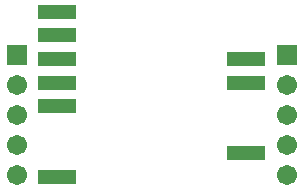
<source format=gbr>
G04 DipTrace 3.0.0.2*
G04 TopMask.gbr*
%MOIN*%
G04 #@! TF.FileFunction,Soldermask,Top*
G04 #@! TF.Part,Single*
%ADD26R,0.126142X0.047402*%
%ADD28C,0.067087*%
%ADD30R,0.067087X0.067087*%
%FSLAX26Y26*%
G04*
G70*
G90*
G75*
G01*
G04 TopMask*
%LPD*%
D30*
X1343963Y846528D3*
D28*
Y746528D3*
Y646528D3*
Y546528D3*
Y446528D3*
D30*
X443963Y846528D3*
D28*
Y746528D3*
Y646528D3*
Y546528D3*
Y446528D3*
D26*
X577822Y677236D3*
Y755976D3*
Y834717D3*
Y913457D3*
Y992197D3*
Y441016D3*
X1207743Y519756D3*
Y755976D3*
Y834717D3*
M02*

</source>
